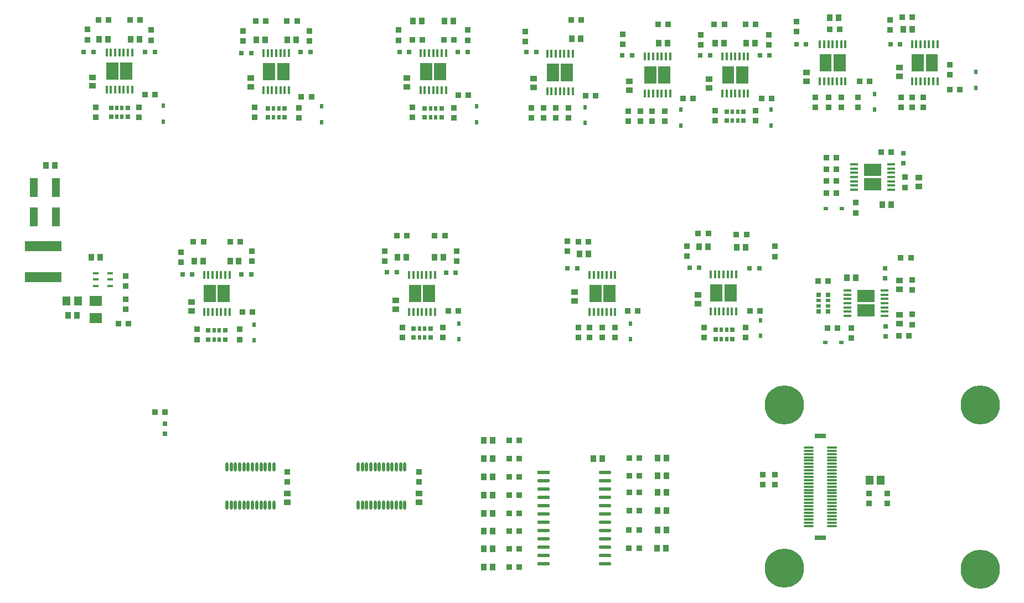
<source format=gtp>
G04*
G04 #@! TF.GenerationSoftware,Altium Limited,Altium Designer,19.1.9 (167)*
G04*
G04 Layer_Color=8421504*
%FSLAX25Y25*%
%MOIN*%
G70*
G01*
G75*
%ADD17R,0.07284X0.05906*%
%ADD18R,0.22441X0.06299*%
%ADD19R,0.07087X0.03150*%
%ADD20R,0.06299X0.01181*%
%ADD21O,0.06299X0.01181*%
%ADD22C,0.23622*%
%ADD23R,0.03347X0.03347*%
%ADD24R,0.01772X0.05158*%
%ADD25R,0.03937X0.03543*%
%ADD26R,0.03347X0.03347*%
%ADD27R,0.03150X0.03150*%
%ADD28R,0.03543X0.03937*%
%ADD29R,0.02362X0.03150*%
%ADD30R,0.03150X0.02362*%
%ADD31R,0.03150X0.03150*%
%ADD32O,0.01772X0.05512*%
%ADD33R,0.02520X0.02756*%
%ADD34R,0.01968X0.02756*%
%ADD35R,0.04921X0.11417*%
%ADD36R,0.03347X0.01378*%
%ADD37R,0.04528X0.05512*%
%ADD38R,0.05158X0.01772*%
%ADD39R,0.02756X0.02520*%
%ADD40R,0.02756X0.01968*%
%ADD41O,0.07677X0.02165*%
%ADD42R,0.07677X0.02165*%
G36*
X78347Y307776D02*
X71063D01*
Y318209D01*
X78347D01*
Y307776D01*
D02*
G37*
G36*
X69882Y307776D02*
X62598D01*
Y318209D01*
X69882D01*
Y307776D01*
D02*
G37*
G36*
X267323Y307382D02*
X260039D01*
Y317815D01*
X267323D01*
Y307382D01*
D02*
G37*
G36*
X172835D02*
X165551D01*
Y317815D01*
X172835D01*
Y307382D01*
D02*
G37*
G36*
X258858Y307382D02*
X251575D01*
Y317815D01*
X258858D01*
Y307382D01*
D02*
G37*
G36*
X164370D02*
X157087D01*
Y317815D01*
X164370D01*
Y307382D01*
D02*
G37*
G36*
X343701Y306988D02*
X336417D01*
Y317421D01*
X343701D01*
Y306988D01*
D02*
G37*
G36*
X335236Y306988D02*
X327953D01*
Y317421D01*
X335236D01*
Y306988D01*
D02*
G37*
G36*
X369291Y173917D02*
X362008D01*
Y184350D01*
X369291D01*
Y173917D01*
D02*
G37*
G36*
X260630D02*
X253346D01*
Y184350D01*
X260630D01*
Y173917D01*
D02*
G37*
G36*
X360827Y173917D02*
X353543D01*
Y184350D01*
X360827D01*
Y173917D01*
D02*
G37*
G36*
X252165D02*
X244882D01*
Y184350D01*
X252165D01*
Y173917D01*
D02*
G37*
G36*
X137008D02*
X129724D01*
Y184350D01*
X137008D01*
Y173917D01*
D02*
G37*
G36*
X128543Y173917D02*
X121260D01*
Y184350D01*
X128543D01*
Y173917D01*
D02*
G37*
G36*
X499409Y312894D02*
X492126D01*
Y323327D01*
X499409D01*
Y312894D01*
D02*
G37*
G36*
X449213Y305413D02*
X441929D01*
Y315846D01*
X449213D01*
Y305413D01*
D02*
G37*
G36*
X402362D02*
X395079D01*
Y315846D01*
X402362D01*
Y305413D01*
D02*
G37*
G36*
X440748Y305413D02*
X433465D01*
Y315846D01*
X440748D01*
Y305413D01*
D02*
G37*
G36*
X393898D02*
X386614D01*
Y315846D01*
X393898D01*
Y305413D01*
D02*
G37*
G36*
X442126Y174229D02*
X434842D01*
Y184662D01*
X442126D01*
Y174229D01*
D02*
G37*
G36*
X433661Y174229D02*
X426378D01*
Y184662D01*
X433661D01*
Y174229D01*
D02*
G37*
G36*
X514862Y165354D02*
X525295D01*
Y172638D01*
X514862D01*
Y165354D01*
D02*
G37*
G36*
X525295Y181102D02*
X514862D01*
Y173819D01*
X525295D01*
Y181102D01*
D02*
G37*
G36*
X518799Y241339D02*
X529232D01*
Y248622D01*
X518799D01*
Y241339D01*
D02*
G37*
G36*
X529232Y257087D02*
X518799D01*
Y249803D01*
X529232D01*
Y257087D01*
D02*
G37*
G36*
X507874Y312894D02*
Y323327D01*
X500591D01*
Y312894D01*
X507874D01*
D02*
G37*
G36*
X547638Y323327D02*
Y312894D01*
X554921D01*
Y323327D01*
X547638D01*
D02*
G37*
G36*
X563386Y312894D02*
Y323327D01*
X556102D01*
Y312894D01*
X563386D01*
D02*
G37*
D17*
X56201Y164173D02*
D03*
Y174606D02*
D03*
D18*
X24508Y188976D02*
D03*
Y207480D02*
D03*
D19*
X492520Y31922D02*
D03*
Y93340D02*
D03*
D20*
X499606Y86253D02*
D03*
D21*
Y84284D02*
D03*
Y82316D02*
D03*
Y80347D02*
D03*
Y78379D02*
D03*
Y76410D02*
D03*
Y74442D02*
D03*
Y72473D02*
D03*
Y70505D02*
D03*
Y68536D02*
D03*
Y66568D02*
D03*
Y64599D02*
D03*
Y62631D02*
D03*
Y60662D02*
D03*
Y58694D02*
D03*
Y56725D02*
D03*
Y54757D02*
D03*
Y52788D02*
D03*
Y50820D02*
D03*
Y48851D02*
D03*
Y46883D02*
D03*
Y44914D02*
D03*
Y42946D02*
D03*
Y40977D02*
D03*
Y39009D02*
D03*
X485433D02*
D03*
Y40977D02*
D03*
Y42946D02*
D03*
Y44914D02*
D03*
Y46883D02*
D03*
Y48851D02*
D03*
Y50820D02*
D03*
Y52788D02*
D03*
Y54757D02*
D03*
Y56725D02*
D03*
Y58694D02*
D03*
Y60662D02*
D03*
Y62631D02*
D03*
Y64599D02*
D03*
Y66568D02*
D03*
Y68536D02*
D03*
Y70505D02*
D03*
Y72473D02*
D03*
Y74442D02*
D03*
Y76410D02*
D03*
Y78379D02*
D03*
Y80347D02*
D03*
Y82316D02*
D03*
Y84284D02*
D03*
Y86253D02*
D03*
D22*
X470866Y111876D02*
D03*
X588976Y111811D02*
D03*
Y12992D02*
D03*
X470866Y13386D02*
D03*
D23*
X511417Y152067D02*
D03*
Y158169D02*
D03*
X478150Y342815D02*
D03*
Y336713D02*
D03*
X515354Y297146D02*
D03*
Y291043D02*
D03*
X505118Y297146D02*
D03*
Y291043D02*
D03*
X497441Y297146D02*
D03*
Y291043D02*
D03*
X489764D02*
D03*
Y297146D02*
D03*
X280315Y337697D02*
D03*
Y331594D02*
D03*
X238583Y337697D02*
D03*
Y331594D02*
D03*
X522047Y52461D02*
D03*
Y58563D02*
D03*
X246850Y285138D02*
D03*
Y291240D02*
D03*
X272047Y290846D02*
D03*
Y284744D02*
D03*
X533071Y52461D02*
D03*
Y58563D02*
D03*
X171653Y71555D02*
D03*
Y65453D02*
D03*
X250787Y71555D02*
D03*
Y65453D02*
D03*
X230315Y204626D02*
D03*
Y198524D02*
D03*
X265354Y158563D02*
D03*
Y152461D02*
D03*
X240945D02*
D03*
Y158563D02*
D03*
X142913Y157382D02*
D03*
Y151279D02*
D03*
X74410Y183563D02*
D03*
Y189665D02*
D03*
Y169390D02*
D03*
Y175492D02*
D03*
X422441Y152461D02*
D03*
Y158563D02*
D03*
X447638D02*
D03*
Y152461D02*
D03*
X465354Y207382D02*
D03*
Y201279D02*
D03*
X412402Y207579D02*
D03*
Y201476D02*
D03*
X548032Y160335D02*
D03*
Y166437D02*
D03*
Y187303D02*
D03*
Y181201D02*
D03*
X513779Y227658D02*
D03*
Y233760D02*
D03*
X543701Y249114D02*
D03*
Y243012D02*
D03*
X534646Y343996D02*
D03*
Y337894D02*
D03*
X570472Y316831D02*
D03*
Y310728D02*
D03*
X554609Y297146D02*
D03*
Y291043D02*
D03*
X547900Y297146D02*
D03*
Y291043D02*
D03*
X541190D02*
D03*
Y297146D02*
D03*
X368898Y158563D02*
D03*
Y152461D02*
D03*
X361417Y158563D02*
D03*
Y152461D02*
D03*
X353543Y158563D02*
D03*
Y152461D02*
D03*
X346850D02*
D03*
Y158563D02*
D03*
X340354Y210531D02*
D03*
Y204429D02*
D03*
X461713Y334941D02*
D03*
Y328839D02*
D03*
X420571Y334941D02*
D03*
Y328839D02*
D03*
X457874Y63878D02*
D03*
Y69980D02*
D03*
X465354Y63878D02*
D03*
Y69980D02*
D03*
X453543Y289272D02*
D03*
Y283169D02*
D03*
X429134D02*
D03*
Y289272D02*
D03*
X185039Y331201D02*
D03*
Y337303D02*
D03*
X51181Y331988D02*
D03*
Y338090D02*
D03*
X178740Y290846D02*
D03*
Y284744D02*
D03*
X89764Y331594D02*
D03*
Y337697D02*
D03*
X144882Y331201D02*
D03*
Y337303D02*
D03*
X151969Y285138D02*
D03*
Y291240D02*
D03*
X340945Y290846D02*
D03*
Y284744D02*
D03*
X333268Y290846D02*
D03*
Y284744D02*
D03*
X325984Y290846D02*
D03*
Y284744D02*
D03*
X318504D02*
D03*
Y290846D02*
D03*
X373622Y335335D02*
D03*
Y329232D02*
D03*
X391339Y288878D02*
D03*
Y282776D02*
D03*
X384252Y288878D02*
D03*
Y282776D02*
D03*
X376772D02*
D03*
Y288878D02*
D03*
X314961Y336910D02*
D03*
Y330807D02*
D03*
X82284Y291240D02*
D03*
Y285138D02*
D03*
X56299Y285039D02*
D03*
Y291142D02*
D03*
X117323Y151279D02*
D03*
Y157382D02*
D03*
X150394Y204626D02*
D03*
Y198524D02*
D03*
X107480Y203839D02*
D03*
Y197736D02*
D03*
X398819Y288878D02*
D03*
Y282776D02*
D03*
X273622Y198524D02*
D03*
Y204626D02*
D03*
D24*
X353740Y190354D02*
D03*
X356299D02*
D03*
X358858D02*
D03*
X361417D02*
D03*
X363976D02*
D03*
X366535D02*
D03*
X369094D02*
D03*
Y167913D02*
D03*
X366535D02*
D03*
X363976D02*
D03*
X361417D02*
D03*
X358858D02*
D03*
X356299D02*
D03*
X353740D02*
D03*
X492323Y329331D02*
D03*
X494882D02*
D03*
X497441D02*
D03*
X500000D02*
D03*
X502559D02*
D03*
X505118D02*
D03*
X507677D02*
D03*
Y306890D02*
D03*
X505118D02*
D03*
X502559D02*
D03*
X500000D02*
D03*
X497441D02*
D03*
X494882D02*
D03*
X492323D02*
D03*
X251772Y301378D02*
D03*
X254331D02*
D03*
X256890D02*
D03*
X259449D02*
D03*
X262008D02*
D03*
X264567D02*
D03*
X267126D02*
D03*
Y323819D02*
D03*
X264567D02*
D03*
X262008D02*
D03*
X259449D02*
D03*
X256890D02*
D03*
X254331D02*
D03*
X251772D02*
D03*
X245079Y167913D02*
D03*
X247638D02*
D03*
X250197D02*
D03*
X252756D02*
D03*
X255315D02*
D03*
X257874D02*
D03*
X260433D02*
D03*
Y190354D02*
D03*
X257874D02*
D03*
X255315D02*
D03*
X252756D02*
D03*
X250197D02*
D03*
X247638D02*
D03*
X245079D02*
D03*
X121457Y167913D02*
D03*
X124016D02*
D03*
X126575D02*
D03*
X129134D02*
D03*
X131693D02*
D03*
X134252D02*
D03*
X136811D02*
D03*
Y190354D02*
D03*
X134252D02*
D03*
X131693D02*
D03*
X129134D02*
D03*
X126575D02*
D03*
X124016D02*
D03*
X121457D02*
D03*
X426575Y168225D02*
D03*
X429134D02*
D03*
X431693D02*
D03*
X434252D02*
D03*
X436811D02*
D03*
X439370D02*
D03*
X441929D02*
D03*
Y190666D02*
D03*
X439370D02*
D03*
X436811D02*
D03*
X434252D02*
D03*
X431693D02*
D03*
X429134D02*
D03*
X426575D02*
D03*
X547835Y306890D02*
D03*
X550394D02*
D03*
X552953D02*
D03*
X555512D02*
D03*
X558071D02*
D03*
X560630D02*
D03*
X563189D02*
D03*
Y329331D02*
D03*
X560630D02*
D03*
X558071D02*
D03*
X555512D02*
D03*
X552953D02*
D03*
X550394D02*
D03*
X547835D02*
D03*
X157283Y301378D02*
D03*
X159843D02*
D03*
X162401D02*
D03*
X164961D02*
D03*
X167520D02*
D03*
X170079D02*
D03*
X172638D02*
D03*
Y323819D02*
D03*
X170079D02*
D03*
X167520D02*
D03*
X164961D02*
D03*
X162401D02*
D03*
X159843D02*
D03*
X157283D02*
D03*
X62795Y301772D02*
D03*
X65354D02*
D03*
X67913D02*
D03*
X70472D02*
D03*
X73032D02*
D03*
X75590D02*
D03*
X78150D02*
D03*
Y324213D02*
D03*
X75590D02*
D03*
X73032D02*
D03*
X70472D02*
D03*
X67913D02*
D03*
X65354D02*
D03*
X62795D02*
D03*
X386811Y299410D02*
D03*
X389370D02*
D03*
X391929D02*
D03*
X394488D02*
D03*
X397047D02*
D03*
X399606D02*
D03*
X402165D02*
D03*
Y321850D02*
D03*
X399606D02*
D03*
X397047D02*
D03*
X394488D02*
D03*
X391929D02*
D03*
X389370D02*
D03*
X386811D02*
D03*
X328150Y300984D02*
D03*
X330709D02*
D03*
X333268D02*
D03*
X335827D02*
D03*
X338386D02*
D03*
X340945D02*
D03*
X343504D02*
D03*
Y323425D02*
D03*
X340945D02*
D03*
X338386D02*
D03*
X335827D02*
D03*
X333268D02*
D03*
X330709D02*
D03*
X328150D02*
D03*
X433661Y299410D02*
D03*
X436221D02*
D03*
X438779D02*
D03*
X441339D02*
D03*
X443898D02*
D03*
X446457D02*
D03*
X449016D02*
D03*
Y321850D02*
D03*
X446457D02*
D03*
X443898D02*
D03*
X441339D02*
D03*
X438779D02*
D03*
X436221D02*
D03*
X433661D02*
D03*
D25*
X484252Y312205D02*
D03*
Y306890D02*
D03*
X250787Y53248D02*
D03*
Y58563D02*
D03*
X171653Y53248D02*
D03*
Y58563D02*
D03*
X237008Y169685D02*
D03*
Y175000D02*
D03*
X243701Y308957D02*
D03*
Y303642D02*
D03*
X418898Y172933D02*
D03*
Y178248D02*
D03*
X540158Y160728D02*
D03*
Y166043D02*
D03*
Y186909D02*
D03*
Y181595D02*
D03*
X551968Y243406D02*
D03*
Y248721D02*
D03*
X344488Y174508D02*
D03*
Y179823D02*
D03*
X540354Y309941D02*
D03*
Y315256D02*
D03*
X425591Y302854D02*
D03*
Y308169D02*
D03*
X54331Y309350D02*
D03*
Y304035D02*
D03*
X149606Y308957D02*
D03*
Y303642D02*
D03*
X377559Y301673D02*
D03*
Y306988D02*
D03*
X320079Y303248D02*
D03*
Y308563D02*
D03*
X113779Y168602D02*
D03*
Y173917D02*
D03*
D26*
X274705Y168504D02*
D03*
X268602D02*
D03*
X150689Y167717D02*
D03*
X144587D02*
D03*
X92028Y298819D02*
D03*
X85925D02*
D03*
X463287Y296457D02*
D03*
X457185D02*
D03*
X186122Y297638D02*
D03*
X180020D02*
D03*
X383760Y59055D02*
D03*
X377658D02*
D03*
X504232Y338148D02*
D03*
X498130D02*
D03*
X522342Y306890D02*
D03*
X516240D02*
D03*
X456201Y168504D02*
D03*
X450098D02*
D03*
X280610Y298425D02*
D03*
X274508D02*
D03*
X271949Y331890D02*
D03*
X265846D02*
D03*
X246949D02*
D03*
X253051D02*
D03*
X377378Y36614D02*
D03*
X383480D02*
D03*
X75886Y161024D02*
D03*
X69784D02*
D03*
X266437Y213779D02*
D03*
X260335D02*
D03*
X237500D02*
D03*
X243602D02*
D03*
X383760Y48031D02*
D03*
X377658D02*
D03*
X305217Y14173D02*
D03*
X311319D02*
D03*
X305217Y57480D02*
D03*
X311319D02*
D03*
X305217Y90551D02*
D03*
X311319D02*
D03*
X383760Y79921D02*
D03*
X377658D02*
D03*
X448130Y214370D02*
D03*
X442028D02*
D03*
X419095Y215158D02*
D03*
X425197D02*
D03*
X453740Y341339D02*
D03*
X447638D02*
D03*
X547146Y200394D02*
D03*
X541043D02*
D03*
X503051Y158169D02*
D03*
X496949D02*
D03*
X383760Y69291D02*
D03*
X377658D02*
D03*
X545965Y153543D02*
D03*
X539862D02*
D03*
X491142Y186614D02*
D03*
X497244D02*
D03*
X529232Y264173D02*
D03*
X535335D02*
D03*
X502362Y246850D02*
D03*
X496260D02*
D03*
X502362Y253937D02*
D03*
X496260D02*
D03*
X496161Y261024D02*
D03*
X502264D02*
D03*
X502264Y239370D02*
D03*
X496161D02*
D03*
X541831Y345669D02*
D03*
X547933D02*
D03*
X383480Y25413D02*
D03*
X377378D02*
D03*
X434842Y341339D02*
D03*
X428740D02*
D03*
X570571Y301969D02*
D03*
X576673D02*
D03*
X382579Y168504D02*
D03*
X376476D02*
D03*
X346966Y210343D02*
D03*
X353068D02*
D03*
X416043Y296457D02*
D03*
X409941D02*
D03*
X305217Y79528D02*
D03*
X311319D02*
D03*
X305217Y35827D02*
D03*
X311319D02*
D03*
X177461Y343307D02*
D03*
X171358D02*
D03*
X152461D02*
D03*
X158563D02*
D03*
X305217Y68504D02*
D03*
X311319D02*
D03*
X305217Y46457D02*
D03*
X311319D02*
D03*
X401083Y341339D02*
D03*
X394980D02*
D03*
X348721Y343701D02*
D03*
X342618D02*
D03*
X305217Y25197D02*
D03*
X311319D02*
D03*
X82972Y343701D02*
D03*
X76870D02*
D03*
X57972D02*
D03*
X64075D02*
D03*
X143209Y210236D02*
D03*
X137106D02*
D03*
X115059D02*
D03*
X121161D02*
D03*
X351279Y298031D02*
D03*
X357382D02*
D03*
X91969Y107480D02*
D03*
X98071D02*
D03*
D27*
X478150Y329291D02*
D03*
X484055D02*
D03*
X280118Y324449D02*
D03*
X274213D02*
D03*
X239173Y324370D02*
D03*
X245079D02*
D03*
X237598Y191693D02*
D03*
X231693D02*
D03*
X267126Y191378D02*
D03*
X273031D02*
D03*
X419685Y194646D02*
D03*
X413779D02*
D03*
X450000Y194331D02*
D03*
X455905D02*
D03*
X346260Y194161D02*
D03*
X340354D02*
D03*
X426181Y322402D02*
D03*
X420276D02*
D03*
X456102Y322480D02*
D03*
X462008D02*
D03*
X49016Y324370D02*
D03*
X54921D02*
D03*
X185630Y324449D02*
D03*
X179724D02*
D03*
X91929D02*
D03*
X86024D02*
D03*
X143898Y323976D02*
D03*
X149803D02*
D03*
X379331Y322402D02*
D03*
X373425D02*
D03*
X321457Y324370D02*
D03*
X315551D02*
D03*
X143898Y190591D02*
D03*
X149803D02*
D03*
X114370Y190512D02*
D03*
X108465D02*
D03*
X540748Y329095D02*
D03*
X534842D02*
D03*
D28*
X394587Y59055D02*
D03*
X399902D02*
D03*
X498130Y345054D02*
D03*
X503445D02*
D03*
X356004Y79528D02*
D03*
X361319D02*
D03*
X44783Y165748D02*
D03*
X39469D02*
D03*
X31693Y256299D02*
D03*
X26378D02*
D03*
X58858Y200787D02*
D03*
X53543D02*
D03*
X271555Y343307D02*
D03*
X266240D02*
D03*
X247342D02*
D03*
X252658D02*
D03*
X394587Y36614D02*
D03*
X399902D02*
D03*
X265650Y200787D02*
D03*
X260335D02*
D03*
X237894D02*
D03*
X243209D02*
D03*
X399902Y48031D02*
D03*
X394587D02*
D03*
X399902Y79921D02*
D03*
X394587D02*
D03*
X399902Y69291D02*
D03*
X394587D02*
D03*
X399622Y25413D02*
D03*
X394307D02*
D03*
X289862Y14173D02*
D03*
X295177D02*
D03*
X289862Y35827D02*
D03*
X295177D02*
D03*
X295177Y57480D02*
D03*
X289862D02*
D03*
Y90551D02*
D03*
X295177D02*
D03*
X453346Y329921D02*
D03*
X448032D02*
D03*
X429134D02*
D03*
X434449D02*
D03*
X447736Y206890D02*
D03*
X442421D02*
D03*
X419587Y207283D02*
D03*
X424902D02*
D03*
X508760Y188583D02*
D03*
X514075D02*
D03*
X535335Y232677D02*
D03*
X530020D02*
D03*
X542618Y338189D02*
D03*
X547933D02*
D03*
X347736Y202862D02*
D03*
X353051D02*
D03*
X289862Y79528D02*
D03*
X295177D02*
D03*
X177067Y331890D02*
D03*
X171752D02*
D03*
X152854D02*
D03*
X158169D02*
D03*
X289862Y68504D02*
D03*
X295177D02*
D03*
X289862Y46457D02*
D03*
X295177D02*
D03*
X400689Y329921D02*
D03*
X395374D02*
D03*
X348327Y332677D02*
D03*
X343012D02*
D03*
X289862Y25197D02*
D03*
X295177D02*
D03*
X82579Y332283D02*
D03*
X77264D02*
D03*
X58366D02*
D03*
X63681D02*
D03*
X142421Y198425D02*
D03*
X137106D02*
D03*
X115453D02*
D03*
X120768D02*
D03*
D29*
X525197Y299213D02*
D03*
Y289764D02*
D03*
X408661Y280315D02*
D03*
Y289764D02*
D03*
X285433Y291732D02*
D03*
Y282283D02*
D03*
X378346Y161024D02*
D03*
Y151575D02*
D03*
X456693Y162992D02*
D03*
Y153543D02*
D03*
X586258Y312449D02*
D03*
Y303000D02*
D03*
X192232Y291732D02*
D03*
Y282283D02*
D03*
X96850Y292126D02*
D03*
Y282677D02*
D03*
X274803Y161024D02*
D03*
Y151575D02*
D03*
X151575Y160236D02*
D03*
Y150787D02*
D03*
X462992Y289764D02*
D03*
Y280315D02*
D03*
X350787Y291339D02*
D03*
Y281890D02*
D03*
D30*
X505512Y230331D02*
D03*
X496063D02*
D03*
X505102Y149479D02*
D03*
X495653D02*
D03*
D31*
X98071Y100591D02*
D03*
Y94685D02*
D03*
X531496Y188189D02*
D03*
Y194095D02*
D03*
X531890Y159055D02*
D03*
Y153150D02*
D03*
X542520Y257480D02*
D03*
Y263386D02*
D03*
D32*
X135297Y51378D02*
D03*
X137856D02*
D03*
X140415D02*
D03*
X142974D02*
D03*
X145534D02*
D03*
X148092D02*
D03*
X150652D02*
D03*
X153211D02*
D03*
X155770D02*
D03*
X158329D02*
D03*
X160888D02*
D03*
X163447D02*
D03*
X135297Y74606D02*
D03*
X137856D02*
D03*
X140415D02*
D03*
X142974D02*
D03*
X145534D02*
D03*
X148092D02*
D03*
X150652D02*
D03*
X153211D02*
D03*
X155770D02*
D03*
X158329D02*
D03*
X160888D02*
D03*
X163447D02*
D03*
X214272Y51378D02*
D03*
X216831D02*
D03*
X219390D02*
D03*
X221949D02*
D03*
X224508D02*
D03*
X227067D02*
D03*
X229626D02*
D03*
X232185D02*
D03*
X234744D02*
D03*
X237303D02*
D03*
X239862D02*
D03*
X242421D02*
D03*
X214272Y74606D02*
D03*
X216831D02*
D03*
X219390D02*
D03*
X221949D02*
D03*
X224508D02*
D03*
X227067D02*
D03*
X229626D02*
D03*
X232185D02*
D03*
X234744D02*
D03*
X237303D02*
D03*
X239862D02*
D03*
X242421D02*
D03*
D33*
X446378Y288583D02*
D03*
X436299D02*
D03*
X446378Y283071D02*
D03*
X436299D02*
D03*
X264488Y290551D02*
D03*
X254410D02*
D03*
X264488Y285039D02*
D03*
X254410D02*
D03*
X247716Y152362D02*
D03*
X257795D02*
D03*
X247716Y157874D02*
D03*
X257795D02*
D03*
X429606Y151575D02*
D03*
X439685D02*
D03*
X429606Y157087D02*
D03*
X439685D02*
D03*
X159921Y285039D02*
D03*
X170000D02*
D03*
X159921Y290551D02*
D03*
X170000D02*
D03*
X65433Y285433D02*
D03*
X75512D02*
D03*
X65433Y290945D02*
D03*
X75512D02*
D03*
X124094Y151181D02*
D03*
X134173D02*
D03*
X124094Y156693D02*
D03*
X134173D02*
D03*
D34*
X442913Y288583D02*
D03*
X439764D02*
D03*
X442913Y283071D02*
D03*
X439764D02*
D03*
X261024Y290551D02*
D03*
X257874D02*
D03*
X261024Y285039D02*
D03*
X257874D02*
D03*
X251181Y152362D02*
D03*
X254331D02*
D03*
X251181Y157874D02*
D03*
X254331D02*
D03*
X433071Y151575D02*
D03*
X436221D02*
D03*
X433071Y157087D02*
D03*
X436221D02*
D03*
X163386Y285039D02*
D03*
X166535D02*
D03*
X163386Y290551D02*
D03*
X166535D02*
D03*
X68898Y285433D02*
D03*
X72047D02*
D03*
X68898Y290945D02*
D03*
X72047D02*
D03*
X127559Y151181D02*
D03*
X130709D02*
D03*
X127559Y156693D02*
D03*
X130709D02*
D03*
D35*
X32382Y242913D02*
D03*
X18799D02*
D03*
Y225197D02*
D03*
X32382D02*
D03*
D36*
X65059Y191142D02*
D03*
Y187402D02*
D03*
Y183661D02*
D03*
X56201D02*
D03*
Y187402D02*
D03*
Y191142D02*
D03*
D37*
X522146Y66421D02*
D03*
X529035D02*
D03*
X45571Y174426D02*
D03*
X38681D02*
D03*
D38*
X508858Y180905D02*
D03*
Y178347D02*
D03*
Y175787D02*
D03*
Y173228D02*
D03*
Y170669D02*
D03*
Y168110D02*
D03*
Y165551D02*
D03*
X531299D02*
D03*
Y168110D02*
D03*
Y170669D02*
D03*
Y173228D02*
D03*
Y175787D02*
D03*
Y178347D02*
D03*
Y180905D02*
D03*
X535236Y256890D02*
D03*
Y254331D02*
D03*
Y251772D02*
D03*
Y249213D02*
D03*
Y246654D02*
D03*
Y244094D02*
D03*
Y241535D02*
D03*
X512795D02*
D03*
Y244094D02*
D03*
Y246654D02*
D03*
Y249213D02*
D03*
Y251772D02*
D03*
Y254331D02*
D03*
Y256890D02*
D03*
D39*
X491732Y178268D02*
D03*
Y168189D02*
D03*
X497244Y178268D02*
D03*
Y168189D02*
D03*
D40*
X491732Y174803D02*
D03*
Y171653D02*
D03*
X497244Y174803D02*
D03*
Y171653D02*
D03*
D41*
X362992Y16184D02*
D03*
Y21184D02*
D03*
Y26184D02*
D03*
Y31184D02*
D03*
Y36184D02*
D03*
Y41184D02*
D03*
Y46184D02*
D03*
Y51184D02*
D03*
Y56184D02*
D03*
Y61184D02*
D03*
Y66184D02*
D03*
Y71184D02*
D03*
X325984Y16184D02*
D03*
Y21184D02*
D03*
Y26184D02*
D03*
Y31184D02*
D03*
Y36184D02*
D03*
Y41184D02*
D03*
Y46184D02*
D03*
Y51184D02*
D03*
Y56184D02*
D03*
Y61184D02*
D03*
Y66184D02*
D03*
D42*
Y71184D02*
D03*
M02*

</source>
